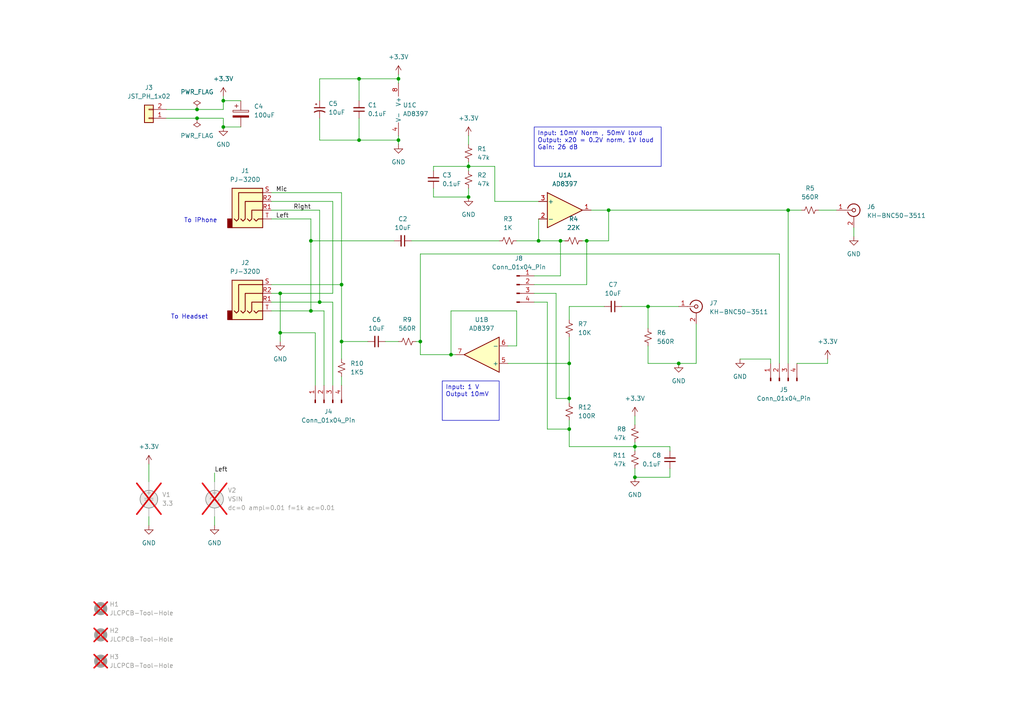
<source format=kicad_sch>
(kicad_sch (version 20230121) (generator eeschema)
  (paper "A4")
  (lib_symbols
    (symbol "Amplifier_Operational:LM358" (pin_names (offset 0.127))
      (property "Reference" "U" (at 0 5.08 0))
      (property "Value" "LM358" (at 0 -5.08 0))
      (symbol "LM358_1_1"
        (polyline (pts (xy -5.08 5.08) (xy 5.08 0) (xy -5.08 -5.08) (xy -5.08 5.08)) (stroke (width 0.254)) (fill (type background)))
        (pin output line (at 7.62 0 180) (length 2.54) (name "~") (number "1"))
        (pin input line (at -7.62 -2.54 0) (length 2.54) (name "-") (number "2"))
        (pin input line (at -7.62 2.54 0) (length 2.54) (name "+") (number "3"))
      )
      (symbol "LM358_2_1"
        (polyline (pts (xy -5.08 5.08) (xy 5.08 0) (xy -5.08 -5.08) (xy -5.08 5.08)) (stroke (width 0.254)) (fill (type background)))
        (pin input line (at -7.62 2.54 0) (length 2.54) (name "+") (number "5"))
        (pin input line (at -7.62 -2.54 0) (length 2.54) (name "-") (number "6"))
        (pin output line (at 7.62 0 180) (length 2.54) (name "~") (number "7"))
      )
      (symbol "LM358_3_1"
        (pin power_in line (at -2.54 -7.62 90) (length 3.81) (name "V-") (number "4"))
        (pin power_in line (at -2.54 7.62 270) (length 3.81) (name "V+") (number "8"))
      )
    )
    (symbol "Connector:Conn_01x04_Pin" (pin_names (offset 1.016) hide)
      (property "Reference" "J" (at 0 5.08 0))
      (property "Value" "Conn_01x04_Pin" (at 0 -7.62 0))
      (symbol "Conn_01x04_Pin_1_1"
        (polyline (pts (xy 1.27 -5.08) (xy 0.8636 -5.08)) (stroke (width 0.1524)))
        (polyline (pts (xy 1.27 -2.54) (xy 0.8636 -2.54)) (stroke (width 0.1524)))
        (polyline (pts (xy 1.27 0) (xy 0.8636 0)) (stroke (width 0.1524)))
        (polyline (pts (xy 1.27 2.54) (xy 0.8636 2.54)) (stroke (width 0.1524)))
        (rectangle (start 0.8636 -4.953) (end 0 -5.207) (stroke (width 0.1524)) (fill (type outline)))
        (rectangle (start 0.8636 -2.413) (end 0 -2.667) (stroke (width 0.1524)) (fill (type outline)))
        (rectangle (start 0.8636 0.127) (end 0 -0.127) (stroke (width 0.1524)) (fill (type outline)))
        (rectangle (start 0.8636 2.667) (end 0 2.413) (stroke (width 0.1524)) (fill (type outline)))
        (pin passive line (at 5.08 2.54 180) (length 3.81) (name "Pin_1") (number "1"))
        (pin passive line (at 5.08 0 180) (length 3.81) (name "Pin_2") (number "2"))
        (pin passive line (at 5.08 -2.54 180) (length 3.81) (name "Pin_3") (number "3"))
        (pin passive line (at 5.08 -5.08 180) (length 3.81) (name "Pin_4") (number "4"))
      )
    )
    (symbol "Connector:Conn_Coaxial" (pin_names (offset 1.016) hide)
      (property "Reference" "J" (at 0.254 3.048 0))
      (property "Value" "Conn_Coaxial" (at 2.921 0 90))
      (symbol "Conn_Coaxial_0_1"
        (arc (start -1.778 -0.508) (mid 0.2311 -1.8066) (end 1.778 0) (stroke (width 0.254)))
        (polyline (pts (xy -2.54 0) (xy -0.508 0)))
        (polyline (pts (xy 0 -2.54) (xy 0 -1.778)))
        (circle (center 0 0) (radius 0.508) (stroke (width 0.2032)))
        (arc (start 1.778 0) (mid 0.2099 1.8101) (end -1.778 0.508) (stroke (width 0.254)))
      )
      (symbol "Conn_Coaxial_1_1"
        (pin passive line (at -5.08 0 0) (length 2.54) (name "In") (number "1"))
        (pin passive line (at 0 -5.08 90) (length 2.54) (name "Ext") (number "2"))
      )
    )
    (symbol "Connector_Audio:AudioJack4"
      (property "Reference" "J" (at 0 8.89 0))
      (property "Value" "AudioJack4" (at 0 6.35 0))
      (symbol "AudioJack4_0_1"
        (rectangle (start -6.35 -5.08) (end -7.62 -7.62) (stroke (width 0.254)) (fill (type outline)))
        (polyline (pts (xy 0 -5.08) (xy 0.635 -5.715) (xy 1.27 -5.08) (xy 2.54 -5.08)) (stroke (width 0.254)))
        (polyline (pts (xy -5.715 -5.08) (xy -5.08 -5.715) (xy -4.445 -5.08) (xy -4.445 2.54) (xy 2.54 2.54)) (stroke (width 0.254)))
        (polyline (pts (xy -1.905 -5.08) (xy -1.27 -5.715) (xy -0.635 -5.08) (xy -0.635 -2.54) (xy 2.54 -2.54)) (stroke (width 0.254)))
        (polyline (pts (xy 2.54 0) (xy -2.54 0) (xy -2.54 -5.08) (xy -3.175 -5.715) (xy -3.81 -5.08)) (stroke (width 0.254)))
        (rectangle (start 2.54 3.81) (end -6.35 -7.62) (stroke (width 0.254)) (fill (type background)))
      )
      (symbol "AudioJack4_1_1"
        (pin passive line (at 5.08 -2.54 180) (length 2.54) (name "~") (number "R1"))
        (pin passive line (at 5.08 0 180) (length 2.54) (name "~") (number "R2"))
        (pin passive line (at 5.08 2.54 180) (length 2.54) (name "~") (number "S"))
        (pin passive line (at 5.08 -5.08 180) (length 2.54) (name "~") (number "T"))
      )
    )
    (symbol "Connector_Generic:Conn_01x02" (pin_names (offset 1.016) hide)
      (property "Reference" "J" (at 0 2.54 0))
      (property "Value" "Conn_01x02" (at 0 -5.08 0))
      (symbol "Conn_01x02_1_1"
        (rectangle (start -1.27 -2.413) (end 0 -2.667) (stroke (width 0.1524)))
        (rectangle (start -1.27 0.127) (end 0 -0.127) (stroke (width 0.1524)))
        (rectangle (start -1.27 1.27) (end 1.27 -3.81) (stroke (width 0.254)) (fill (type background)))
        (pin passive line (at -5.08 0 0) (length 3.81) (name "Pin_1") (number "1"))
        (pin passive line (at -5.08 -2.54 0) (length 3.81) (name "Pin_2") (number "2"))
      )
    )
    (symbol "Device:C_Polarized" (pin_numbers hide) (pin_names (offset 0.254))
      (property "Reference" "C" (at 0.635 2.54 0))
      (property "Value" "C_Polarized" (at 0.635 -2.54 0))
      (symbol "C_Polarized_0_1"
        (rectangle (start -2.286 0.508) (end 2.286 1.016))
        (polyline (pts (xy -1.778 2.286) (xy -0.762 2.286)))
        (polyline (pts (xy -1.27 2.794) (xy -1.27 1.778)))
        (rectangle (start 2.286 -0.508) (end -2.286 -1.016) (fill (type outline)))
      )
      (symbol "C_Polarized_1_1"
        (pin passive line (at 0 3.81 270) (length 2.794) (name "~") (number "1"))
        (pin passive line (at 0 -3.81 90) (length 2.794) (name "~") (number "2"))
      )
    )
    (symbol "Device:C_Polarized_Small_US" (pin_numbers hide) (pin_names (offset 0.254) hide)
      (property "Reference" "C" (at 0.254 1.778 0))
      (property "Value" "C_Polarized_Small_US" (at 0.254 -2.032 0))
      (symbol "C_Polarized_Small_US_0_1"
        (polyline (pts (xy -1.524 0.508) (xy 1.524 0.508)) (stroke (width 0.3048)))
        (polyline (pts (xy -1.27 1.524) (xy -0.762 1.524)))
        (polyline (pts (xy -1.016 1.27) (xy -1.016 1.778)))
        (arc (start 1.524 -0.762) (mid 0 -0.3734) (end -1.524 -0.762) (stroke (width 0.3048)))
      )
      (symbol "C_Polarized_Small_US_1_1"
        (pin passive line (at 0 2.54 270) (length 2.032) (name "~") (number "1"))
        (pin passive line (at 0 -2.54 90) (length 2.032) (name "~") (number "2"))
      )
    )
    (symbol "Device:C_Small" (pin_numbers hide) (pin_names (offset 0.254) hide)
      (property "Reference" "C" (at 0.254 1.778 0))
      (property "Value" "C_Small" (at 0.254 -2.032 0))
      (symbol "C_Small_0_1"
        (polyline (pts (xy -1.524 -0.508) (xy 1.524 -0.508)) (stroke (width 0.3302)))
        (polyline (pts (xy -1.524 0.508) (xy 1.524 0.508)) (stroke (width 0.3048)))
      )
      (symbol "C_Small_1_1"
        (pin passive line (at 0 2.54 270) (length 2.032) (name "~") (number "1"))
        (pin passive line (at 0 -2.54 90) (length 2.032) (name "~") (number "2"))
      )
    )
    (symbol "Device:R_Small_US" (pin_numbers hide) (pin_names (offset 0.254) hide)
      (property "Reference" "R" (at 0.762 0.508 0))
      (property "Value" "R_Small_US" (at 0.762 -1.016 0))
      (symbol "R_Small_US_1_1"
        (polyline (pts (xy 0 0) (xy 1.016 -0.381) (xy 0 -0.762) (xy -1.016 -1.143) (xy 0 -1.524)))
        (polyline (pts (xy 0 1.524) (xy 1.016 1.143) (xy 0 0.762) (xy -1.016 0.381) (xy 0 0)))
        (pin passive line (at 0 2.54 270) (length 1.016) (name "~") (number "1"))
        (pin passive line (at 0 -2.54 90) (length 1.016) (name "~") (number "2"))
      )
    )
    (symbol "Mechanical:MountingHole" (pin_names (offset 1.016))
      (property "Reference" "H" (at 0 5.08 0))
      (property "Value" "MountingHole" (at 0 3.175 0))
      (symbol "MountingHole_0_1"
        (circle (center 0 0) (radius 1.27) (stroke (width 1.27)))
      )
    )
    (symbol "Simulation_SPICE:VDC" (pin_numbers hide) (pin_names (offset 0.0254))
      (property "Reference" "V" (at 2.54 2.54 0))
      (property "Value" "1" (at 2.54 0 0))
      (symbol "VDC_0_0"
        (polyline (pts (xy -1.27 0.254) (xy 1.27 0.254)))
        (polyline (pts (xy -0.762 -0.254) (xy -1.27 -0.254)))
        (polyline (pts (xy 0.254 -0.254) (xy -0.254 -0.254)))
        (polyline (pts (xy 1.27 -0.254) (xy 0.762 -0.254)))
        (text "+" (at 0 1.905 0) (effects (font (size 1.27 1.27))))
      )
      (symbol "VDC_0_1"
        (circle (center 0 0) (radius 2.54) (stroke (width 0.254)) (fill (type background)))
      )
      (symbol "VDC_1_1"
        (pin passive line (at 0 5.08 270) (length 2.54) (name "~") (number "1"))
        (pin passive line (at 0 -5.08 90) (length 2.54) (name "~") (number "2"))
      )
    )
    (symbol "Simulation_SPICE:VSIN" (pin_numbers hide) (pin_names (offset 0.0254))
      (property "Reference" "V" (at 2.54 2.54 0))
      (property "Value" "VSIN" (at 2.54 0 0))
      (property "Sim.Params" "dc=0 ampl=1 f=1k ac=1" (at 2.54 -2.54 0))
      (symbol "VSIN_0_0"
        (arc (start 0 0) (mid -0.635 0.6323) (end -1.27 0))
        (arc (start 0 0) (mid 0.635 -0.6323) (end 1.27 0))
        (text "+" (at 0 1.905 0) (effects (font (size 1.27 1.27))))
      )
      (symbol "VSIN_0_1"
        (circle (center 0 0) (radius 2.54) (stroke (width 0.254)) (fill (type background)))
      )
      (symbol "VSIN_1_1"
        (pin passive line (at 0 5.08 270) (length 2.54) (name "~") (number "1"))
        (pin passive line (at 0 -5.08 90) (length 2.54) (name "~") (number "2"))
      )
    )
    (symbol "power:+3.3V" (power) (pin_names (offset 0))
      (property "Value" "+3.3V" (at 0 3.556 0))
      (symbol "+3.3V_0_1"
        (polyline (pts (xy -0.762 1.27) (xy 0 2.54)))
        (polyline (pts (xy 0 0) (xy 0 2.54)))
        (polyline (pts (xy 0 2.54) (xy 0.762 1.27)))
      )
      (symbol "+3.3V_1_1"
        (pin power_in line (at 0 0 90) (length 0) hide (name "+3.3V") (number "1"))
      )
    )
    (symbol "power:GND" (power) (pin_names (offset 0))
      (property "Value" "GND" (at 0 -3.81 0))
      (symbol "GND_0_1"
        (polyline (pts (xy 0 0) (xy 0 -1.27) (xy 1.27 -1.27) (xy 0 -2.54) (xy -1.27 -1.27) (xy 0 -1.27)))
      )
      (symbol "GND_1_1"
        (pin power_in line (at 0 0 270) (length 0) hide (name "GND") (number "1"))
      )
    )
    (symbol "power:PWR_FLAG" (power) (pin_numbers hide) (pin_names (offset 0) hide)
      (property "Value" "PWR_FLAG" (at 0 3.81 0))
      (symbol "PWR_FLAG_0_0"
        (pin power_out line (at 0 0 90) (length 0) (name "pwr") (number "1"))
      )
      (symbol "PWR_FLAG_0_1"
        (polyline (pts (xy 0 0) (xy 0 1.27) (xy -1.016 1.905) (xy 0 2.54) (xy 1.016 1.905) (xy 0 1.27)))
      )
    )
  )
  (junction (at 57.15 31.75))
  (junction (at 121.92 99.06))
  (junction (at 165.1 124.46))
  (junction (at 176.53 60.96))
  (junction (at 99.06 99.06))
  (junction (at 228.6 60.96))
  (junction (at 92.71 87.63))
  (junction (at 130.81 102.87))
  (junction (at 135.89 57.15))
  (junction (at 115.57 40.64))
  (junction (at 115.57 22.86))
  (junction (at 135.89 48.26))
  (junction (at 184.15 138.43))
  (junction (at 184.15 129.54))
  (junction (at 81.28 96.52))
  (junction (at 162.56 69.85))
  (junction (at 81.28 85.09))
  (junction (at 165.1 115.57))
  (junction (at 156.21 69.85))
  (junction (at 99.06 82.55))
  (junction (at 57.15 34.29))
  (junction (at 64.77 36.83))
  (junction (at 90.17 69.85))
  (junction (at 170.18 69.85))
  (junction (at 196.85 105.41))
  (junction (at 165.1 105.41))
  (junction (at 187.96 88.9))
  (junction (at 90.17 90.17))
  (junction (at 104.14 40.64))
  (junction (at 104.14 22.86))
  (junction (at 64.77 29.21))
  (wire (pts (xy 43.18 149.86) (xy 43.18 152.4)))
  (wire (pts (xy 237.49 60.96) (xy 242.57 60.96)))
  (wire (pts (xy 64.77 36.83) (xy 69.85 36.83)))
  (wire (pts (xy 99.06 99.06) (xy 106.68 99.06)))
  (wire (pts (xy 175.26 88.9) (xy 165.1 88.9)))
  (wire (pts (xy 194.31 129.54) (xy 184.15 129.54)))
  (wire (pts (xy 187.96 88.9) (xy 196.85 88.9)))
  (wire (pts (xy 130.81 102.87) (xy 132.08 102.87)))
  (wire (pts (xy 156.21 63.5) (xy 156.21 69.85)))
  (wire (pts (xy 184.15 129.54) (xy 184.15 130.81)))
  (wire (pts (xy 78.74 87.63) (xy 92.71 87.63)))
  (wire (pts (xy 187.96 105.41) (xy 196.85 105.41)))
  (wire (pts (xy 96.52 111.76) (xy 96.52 87.63)))
  (wire (pts (xy 149.86 90.17) (xy 149.86 100.33)))
  (wire (pts (xy 92.71 22.86) (xy 104.14 22.86)))
  (wire (pts (xy 158.75 124.46) (xy 165.1 124.46)))
  (wire (pts (xy 81.28 85.09) (xy 81.28 96.52)))
  (wire (pts (xy 165.1 129.54) (xy 184.15 129.54)))
  (wire (pts (xy 180.34 88.9) (xy 187.96 88.9)))
  (wire (pts (xy 104.14 29.21) (xy 104.14 22.86)))
  (wire (pts (xy 143.51 58.42) (xy 143.51 48.26)))
  (wire (pts (xy 135.89 46.99) (xy 135.89 48.26)))
  (wire (pts (xy 154.94 82.55) (xy 170.18 82.55)))
  (wire (pts (xy 228.6 60.96) (xy 228.6 105.41)))
  (wire (pts (xy 201.93 105.41) (xy 196.85 105.41)))
  (wire (pts (xy 240.03 105.41) (xy 240.03 104.14)))
  (wire (pts (xy 143.51 48.26) (xy 135.89 48.26)))
  (wire (pts (xy 81.28 85.09) (xy 96.52 85.09)))
  (wire (pts (xy 161.29 115.57) (xy 165.1 115.57)))
  (wire (pts (xy 162.56 80.01) (xy 162.56 69.85)))
  (wire (pts (xy 62.23 137.16) (xy 62.23 139.7)))
  (wire (pts (xy 90.17 69.85) (xy 114.3 69.85)))
  (wire (pts (xy 125.73 48.26) (xy 135.89 48.26)))
  (wire (pts (xy 147.32 105.41) (xy 165.1 105.41)))
  (wire (pts (xy 115.57 21.59) (xy 115.57 22.86)))
  (wire (pts (xy 57.15 31.75) (xy 64.77 31.75)))
  (wire (pts (xy 170.18 82.55) (xy 170.18 69.85)))
  (wire (pts (xy 104.14 22.86) (xy 115.57 22.86)))
  (wire (pts (xy 228.6 60.96) (xy 232.41 60.96)))
  (wire (pts (xy 43.18 134.62) (xy 43.18 139.7)))
  (wire (pts (xy 90.17 63.5) (xy 90.17 69.85)))
  (wire (pts (xy 201.93 93.98) (xy 201.93 105.41)))
  (wire (pts (xy 91.44 111.76) (xy 91.44 96.52)))
  (wire (pts (xy 176.53 69.85) (xy 176.53 60.96)))
  (wire (pts (xy 194.31 135.89) (xy 194.31 138.43)))
  (wire (pts (xy 184.15 135.89) (xy 184.15 138.43)))
  (wire (pts (xy 64.77 29.21) (xy 64.77 27.94)))
  (wire (pts (xy 247.65 66.04) (xy 247.65 68.58)))
  (wire (pts (xy 99.06 99.06) (xy 99.06 104.14)))
  (wire (pts (xy 187.96 100.33) (xy 187.96 105.41)))
  (wire (pts (xy 143.51 58.42) (xy 156.21 58.42)))
  (wire (pts (xy 92.71 87.63) (xy 92.71 60.96)))
  (wire (pts (xy 187.96 88.9) (xy 187.96 95.25)))
  (wire (pts (xy 99.06 109.22) (xy 99.06 111.76)))
  (wire (pts (xy 194.31 138.43) (xy 184.15 138.43)))
  (wire (pts (xy 223.52 104.14) (xy 223.52 105.41)))
  (wire (pts (xy 154.94 87.63) (xy 158.75 87.63)))
  (wire (pts (xy 162.56 69.85) (xy 163.83 69.85)))
  (wire (pts (xy 165.1 115.57) (xy 165.1 105.41)))
  (wire (pts (xy 57.15 34.29) (xy 64.77 34.29)))
  (wire (pts (xy 226.06 105.41) (xy 226.06 73.66)))
  (wire (pts (xy 214.63 104.14) (xy 223.52 104.14)))
  (wire (pts (xy 165.1 116.84) (xy 165.1 115.57)))
  (wire (pts (xy 176.53 60.96) (xy 171.45 60.96)))
  (wire (pts (xy 78.74 63.5) (xy 90.17 63.5)))
  (wire (pts (xy 93.98 111.76) (xy 93.98 90.17)))
  (wire (pts (xy 130.81 90.17) (xy 130.81 102.87)))
  (wire (pts (xy 62.23 149.86) (xy 62.23 152.4)))
  (wire (pts (xy 111.76 99.06) (xy 115.57 99.06)))
  (wire (pts (xy 64.77 29.21) (xy 69.85 29.21)))
  (wire (pts (xy 92.71 29.21) (xy 92.71 22.86)))
  (wire (pts (xy 168.91 69.85) (xy 170.18 69.85)))
  (wire (pts (xy 158.75 87.63) (xy 158.75 124.46)))
  (wire (pts (xy 104.14 34.29) (xy 104.14 40.64)))
  (wire (pts (xy 135.89 39.37) (xy 135.89 41.91)))
  (wire (pts (xy 99.06 55.88) (xy 78.74 55.88)))
  (wire (pts (xy 115.57 39.37) (xy 115.57 40.64)))
  (wire (pts (xy 125.73 54.61) (xy 125.73 57.15)))
  (wire (pts (xy 96.52 87.63) (xy 92.71 87.63)))
  (wire (pts (xy 135.89 48.26) (xy 135.89 49.53)))
  (wire (pts (xy 92.71 34.29) (xy 92.71 40.64)))
  (wire (pts (xy 90.17 90.17) (xy 78.74 90.17)))
  (wire (pts (xy 93.98 90.17) (xy 90.17 90.17)))
  (wire (pts (xy 91.44 96.52) (xy 81.28 96.52)))
  (wire (pts (xy 156.21 69.85) (xy 162.56 69.85)))
  (wire (pts (xy 226.06 73.66) (xy 121.92 73.66)))
  (wire (pts (xy 165.1 97.79) (xy 165.1 105.41)))
  (wire (pts (xy 121.92 73.66) (xy 121.92 99.06)))
  (wire (pts (xy 125.73 49.53) (xy 125.73 48.26)))
  (wire (pts (xy 121.92 102.87) (xy 121.92 99.06)))
  (wire (pts (xy 165.1 124.46) (xy 165.1 129.54)))
  (wire (pts (xy 149.86 69.85) (xy 156.21 69.85)))
  (wire (pts (xy 121.92 102.87) (xy 130.81 102.87)))
  (wire (pts (xy 149.86 90.17) (xy 130.81 90.17)))
  (wire (pts (xy 81.28 96.52) (xy 81.28 99.06)))
  (wire (pts (xy 170.18 69.85) (xy 176.53 69.85)))
  (wire (pts (xy 78.74 85.09) (xy 81.28 85.09)))
  (wire (pts (xy 48.26 34.29) (xy 57.15 34.29)))
  (wire (pts (xy 165.1 121.92) (xy 165.1 124.46)))
  (wire (pts (xy 161.29 85.09) (xy 161.29 115.57)))
  (wire (pts (xy 120.65 99.06) (xy 121.92 99.06)))
  (wire (pts (xy 48.26 31.75) (xy 57.15 31.75)))
  (wire (pts (xy 92.71 40.64) (xy 104.14 40.64)))
  (wire (pts (xy 194.31 130.81) (xy 194.31 129.54)))
  (wire (pts (xy 147.32 100.33) (xy 149.86 100.33)))
  (wire (pts (xy 78.74 58.42) (xy 96.52 58.42)))
  (wire (pts (xy 154.94 85.09) (xy 161.29 85.09)))
  (wire (pts (xy 64.77 34.29) (xy 64.77 36.83)))
  (wire (pts (xy 99.06 82.55) (xy 99.06 99.06)))
  (wire (pts (xy 135.89 54.61) (xy 135.89 57.15)))
  (wire (pts (xy 99.06 82.55) (xy 99.06 55.88)))
  (wire (pts (xy 165.1 88.9) (xy 165.1 92.71)))
  (wire (pts (xy 96.52 85.09) (xy 96.52 58.42)))
  (wire (pts (xy 184.15 120.65) (xy 184.15 123.19)))
  (wire (pts (xy 115.57 40.64) (xy 115.57 41.91)))
  (wire (pts (xy 184.15 128.27) (xy 184.15 129.54)))
  (wire (pts (xy 125.73 57.15) (xy 135.89 57.15)))
  (wire (pts (xy 78.74 60.96) (xy 92.71 60.96)))
  (wire (pts (xy 90.17 69.85) (xy 90.17 90.17)))
  (wire (pts (xy 231.14 105.41) (xy 240.03 105.41)))
  (wire (pts (xy 119.38 69.85) (xy 144.78 69.85)))
  (wire (pts (xy 104.14 40.64) (xy 115.57 40.64)))
  (wire (pts (xy 176.53 60.96) (xy 228.6 60.96)))
  (wire (pts (xy 154.94 80.01) (xy 162.56 80.01)))
  (wire (pts (xy 115.57 22.86) (xy 115.57 24.13)))
  (wire (pts (xy 64.77 31.75) (xy 64.77 29.21)))
  (wire (pts (xy 78.74 82.55) (xy 99.06 82.55)))
  (text_box "Input: 1 V\nOutput 10mV \n" (at 128.27 110.49 0) (size 16.51 11.43) (effects (font (size 1.27 1.27)) (justify left top)))
  (text_box "Input: 10mV Norm , 50mV loud\nOutput: x20 = 0.2V norm, 1V loud \nGain: 26 dB " (at 154.94 36.83 0) (size 36.83 11.43) (effects (font (size 1.27 1.27)) (justify left top)))
  (text "To iPhone" (at 53.34 64.77 0) (effects (font (size 1.27 1.27)) (justify left bottom)))
  (text "To Headset " (at 49.53 92.71 0) (effects (font (size 1.27 1.27)) (justify left bottom)))
  (label "Right" (at 85.09 60.96 0))
  (label "Left" (at 62.23 137.16 0))
  (label "Left" (at 80.01 63.5 0))
  (label "Mic" (at 80.01 55.88 0))
  (symbol (lib_id "power:GND") (at 135.89 57.15 0) (unit 1)
    (property "Reference" "#PWR07" (effects hide))
    (property "Value" "GND" (at 135.89 62.23 0))
  )
  (symbol (lib_id "power:GND") (at 184.15 138.43 0) (mirror y) (unit 1)
    (property "Reference" "#PWR016" (effects hide))
    (property "Value" "GND" (at 184.15 143.51 0))
  )
  (symbol (lib_id "Device:C_Small") (at 194.31 133.35 0) (mirror x) (unit 1)
    (property "Reference" "C8" (at 191.77 132.0736 0) (effects (justify right)))
    (property "Value" "0.1uF" (at 191.77 134.6136 0) (effects (justify right)))
    (property "Footprint" "Capacitor_SMD:C_0805_2012Metric" (effects hide))
    (property "JLCPCB Part #" "C49678" (effects hide))
  )
  (symbol (lib_id "Mechanical:MountingHole") (at 29.21 191.77 0) (unit 1) (in_bom no) (dnp yes)
    (property "Reference" "H3" (at 31.75 190.5 0) (effects (justify left)))
    (property "Value" "JLCPCB-Tool-Hole" (at 31.75 193.04 0) (effects (justify left)))
    (property "Footprint" "FootprintLib:MountingHole_JLCPCB_Tool" (effects hide))
    (property "Sim.Enable" "0" (effects hide))
  )
  (symbol (lib_id "power:+3.3V") (at 64.77 27.94 0) (unit 1)
    (property "Reference" "#PWR03" (effects hide))
    (property "Value" "+3.3V" (at 64.77 22.86 0))
  )
  (symbol (lib_id "Connector:Conn_01x04_Pin") (at 149.86 82.55 0) (unit 1)
    (property "Reference" "J8" (at 150.495 74.93 0))
    (property "Value" "Conn_01x04_Pin" (at 150.495 77.47 0))
    (property "Footprint" "Connector_PinHeader_2.54mm:PinHeader_1x04_P2.54mm_Vertical_SMD_Pin1Left" (effects hide))
    (property "JLCPCB Part #" "C2883761" (effects hide))
    (property "JLCPCB Rotation Offset" "90" (effects hide))
    (property "Sim.Enable" "0" (effects hide))
  )
  (symbol (lib_id "power:GND") (at 196.85 105.41 0) (unit 1)
    (property "Reference" "#PWR011" (effects hide))
    (property "Value" "GND" (at 196.85 110.49 0))
  )
  (symbol (lib_id "Device:C_Small") (at 109.22 99.06 270) (unit 1)
    (property "Reference" "C6" (at 109.2136 92.71 90))
    (property "Value" "10uF" (at 109.2136 95.25 90))
    (property "Footprint" "Capacitor_SMD:C_0805_2012Metric" (effects hide))
    (property "JLCPCB Part #" "C15850" (effects hide))
  )
  (symbol (lib_id "Device:R_Small_US") (at 166.37 69.85 270) (unit 1)
    (property "Reference" "R4" (at 166.37 63.5 90))
    (property "Value" "22K" (at 166.37 66.04 90))
    (property "Footprint" "Resistor_SMD:R_0805_2012Metric" (effects hide))
    (property "JLCPCB Part #" "C17560" (effects hide))
  )
  (symbol (lib_id "power:+3.3V") (at 43.18 134.62 0) (unit 1)
    (property "Reference" "#PWR013" (effects hide))
    (property "Value" "+3.3V" (at 43.18 129.54 0))
  )
  (symbol (lib_id "power:GND") (at 81.28 99.06 0) (unit 1)
    (property "Reference" "#PWR01" (effects hide))
    (property "Value" "GND" (at 81.28 104.14 0))
  )
  (symbol (lib_id "Connector:Conn_Coaxial") (at 201.93 88.9 0) (unit 1)
    (property "Reference" "J7" (at 205.74 87.9232 0) (effects (justify left)))
    (property "Value" "KH-BNC50-3511" (at 205.74 90.4632 0) (effects (justify left)))
    (property "Footprint" "FootprintLib:BNC_Amphenol_B6252HB-NPP3G-50_Horizontal-CJ" (effects hide))
    (property "Datasheet" "KH-BNC50-3511.pdf" (effects hide))
    (property "JLCPCB Part #" "C2837587" (effects hide))
    (property "MPN" "KH-BNC50-3511" (effects hide))
    (property "JLCPCB Rotation Offset" "180" (effects hide))
    (property "Sim.Enable" "0" (effects hide))
  )
  (symbol (lib_id "power:+3.3V") (at 240.03 104.14 0) (unit 1)
    (property "Reference" "#PWR09" (effects hide))
    (property "Value" "+3.3V" (at 240.03 99.06 0))
  )
  (symbol (lib_id "power:GND") (at 62.23 152.4 0) (unit 1)
    (property "Reference" "#PWR014" (effects hide))
    (property "Value" "GND" (at 62.23 157.48 0))
  )
  (symbol (lib_id "Mechanical:MountingHole") (at 29.21 176.53 0) (unit 1) (in_bom no) (dnp yes)
    (property "Reference" "H1" (at 31.75 175.26 0) (effects (justify left)))
    (property "Value" "JLCPCB-Tool-Hole" (at 31.75 177.8 0) (effects (justify left)))
    (property "Footprint" "FootprintLib:MountingHole_JLCPCB_Tool" (effects hide))
    (property "Sim.Enable" "0" (effects hide))
  )
  (symbol (lib_id "Connector:Conn_01x04_Pin") (at 226.06 110.49 90) (unit 1)
    (property "Reference" "J5" (at 227.33 113.03 90))
    (property "Value" "Conn_01x04_Pin" (at 227.33 115.57 90))
    (property "Footprint" "Connector_PinHeader_2.54mm:PinHeader_1x04_P2.54mm_Vertical_SMD_Pin1Left" (effects hide))
    (property "JLCPCB Part #" "C2883761" (effects hide))
    (property "JLCPCB Rotation Offset" "90" (effects hide))
    (property "Sim.Enable" "0" (effects hide))
  )
  (symbol (lib_id "Connector:Conn_Coaxial") (at 247.65 60.96 0) (unit 1)
    (property "Reference" "J6" (at 251.46 59.9832 0) (effects (justify left)))
    (property "Value" "KH-BNC50-3511" (at 251.46 62.5232 0) (effects (justify left)))
    (property "Footprint" "FootprintLib:BNC_Amphenol_B6252HB-NPP3G-50_Horizontal-CJ" (effects hide))
    (property "Datasheet" "KH-BNC50-3511.pdf" (effects hide))
    (property "JLCPCB Part #" "C2837587" (effects hide))
    (property "MPN" "KH-BNC50-3511" (effects hide))
    (property "JLCPCB Rotation Offset" "180" (effects hide))
    (property "Sim.Enable" "0" (effects hide))
  )
  (symbol (lib_id "Amplifier_Operational:LM358") (at 139.7 102.87 180) (unit 2)
    (property "Reference" "U1" (at 139.7 92.71 0))
    (property "Value" "AD8397" (at 139.7 95.25 0))
    (property "Footprint" "Package_SO:SOIC-8_3.9x4.9mm_P1.27mm" (effects hide))
    (property "Datasheet" "http://www.ti.com/lit/ds/symlink/lm2904-n.pdf" (effects hide))
    (property "JLCPCB Part #" "C578714" (effects hide))
    (property "Sim.Library" "ad8397.cir" (effects hide))
    (property "Sim.Name" "AD8397" (effects hide))
    (property "Sim.Device" "SUBCKT" (effects hide))
    (property "Sim.Pins" "1=1 2=2 3=99 4=50 5=4" (effects hide))
  )
  (symbol (lib_id "Device:C_Polarized") (at 69.85 33.02 0) (unit 1)
    (property "Reference" "C4" (at 73.66 30.861 0) (effects (justify left)))
    (property "Value" "100uF" (at 73.66 33.401 0) (effects (justify left)))
    (property "Footprint" "Capacitor_Tantalum_SMD:CP_EIA-3528-21_Kemet-B" (effects hide))
    (property "JLCPCB Part #" "C16133" (effects hide))
  )
  (symbol (lib_id "power:PWR_FLAG") (at 57.15 31.75 0) (unit 1)
    (property "Reference" "#FLG01" (effects hide))
    (property "Value" "PWR_FLAG" (at 57.15 26.67 0))
  )
  (symbol (lib_id "power:+3.3V") (at 135.89 39.37 0) (unit 1)
    (property "Reference" "#PWR06" (effects hide))
    (property "Value" "+3.3V" (at 135.89 34.29 0))
  )
  (symbol (lib_id "Device:C_Small") (at 104.14 31.75 180) (unit 1)
    (property "Reference" "C1" (at 106.68 30.4736 0) (effects (justify right)))
    (property "Value" "0.1uF" (at 106.68 33.0136 0) (effects (justify right)))
    (property "Footprint" "Capacitor_SMD:C_0805_2012Metric" (effects hide))
    (property "JLCPCB Part #" "C49678" (effects hide))
  )
  (symbol (lib_id "Device:C_Small") (at 116.84 69.85 270) (unit 1)
    (property "Reference" "C2" (at 116.8336 63.5 90))
    (property "Value" "10uF" (at 116.8336 66.04 90))
    (property "Footprint" "Capacitor_SMD:C_0805_2012Metric" (effects hide))
    (property "JLCPCB Part #" "C15850" (effects hide))
  )
  (symbol (lib_id "Device:R_Small_US") (at 135.89 52.07 180) (unit 1)
    (property "Reference" "R2" (at 138.43 50.8 0) (effects (justify right)))
    (property "Value" "47k" (at 138.43 53.34 0) (effects (justify right)))
    (property "Footprint" "Resistor_SMD:R_0805_2012Metric" (effects hide))
    (property "JLCPCB Part #" "C17713" (effects hide))
  )
  (symbol (lib_id "Simulation_SPICE:VSIN") (at 62.23 144.78 0) (unit 1) (in_bom no) (on_board no) (dnp yes)
    (property "Reference" "V2" (at 66.04 142.2042 0) (effects (justify left)))
    (property "Value" "VSIN" (at 66.04 144.7442 0) (effects (justify left)))
    (property "Sim.Pins" "1=+ 2=-" (effects hide))
    (property "Sim.Params" "dc=0 ampl=0.01 f=1k ac=0.01" (at 66.04 147.2842 0) (effects (justify left)))
    (property "Sim.Type" "SIN" (effects hide))
    (property "Sim.Device" "V" (effects hide))
  )
  (symbol (lib_id "Device:R_Small_US") (at 118.11 99.06 90) (unit 1)
    (property "Reference" "R9" (at 118.11 92.71 90))
    (property "Value" "560R" (at 118.11 95.25 90))
    (property "Footprint" "Resistor_SMD:R_0805_2012Metric" (effects hide))
    (property "JLCPCB Part #" "C28636" (effects hide))
  )
  (symbol (lib_id "power:GND") (at 43.18 152.4 0) (unit 1)
    (property "Reference" "#PWR012" (effects hide))
    (property "Value" "GND" (at 43.18 157.48 0))
  )
  (symbol (lib_id "power:GND") (at 247.65 68.58 0) (unit 1)
    (property "Reference" "#PWR010" (effects hide))
    (property "Value" "GND" (at 247.65 73.66 0))
  )
  (symbol (lib_id "Device:C_Small") (at 125.73 52.07 180) (unit 1)
    (property "Reference" "C3" (at 128.27 50.7936 0) (effects (justify right)))
    (property "Value" "0.1uF" (at 128.27 53.3336 0) (effects (justify right)))
    (property "Footprint" "Capacitor_SMD:C_0805_2012Metric" (effects hide))
    (property "JLCPCB Part #" "C49678" (effects hide))
  )
  (symbol (lib_id "Device:R_Small_US") (at 184.15 133.35 0) (mirror x) (unit 1)
    (property "Reference" "R11" (at 181.61 132.08 0) (effects (justify right)))
    (property "Value" "47k" (at 181.61 134.62 0) (effects (justify right)))
    (property "Footprint" "Resistor_SMD:R_0805_2012Metric" (effects hide))
    (property "JLCPCB Part #" "C17713" (effects hide))
  )
  (symbol (lib_id "Amplifier_Operational:LM358") (at 118.11 31.75 0) (unit 3)
    (property "Reference" "U1" (at 116.84 30.48 0) (effects (justify left)))
    (property "Value" "AD8397" (at 116.84 33.02 0) (effects (justify left)))
    (property "Footprint" "Package_SO:SOIC-8_3.9x4.9mm_P1.27mm" (effects hide))
    (property "Datasheet" "http://www.ti.com/lit/ds/symlink/lm2904-n.pdf" (effects hide))
    (property "JLCPCB Part #" "C578714" (effects hide))
    (property "Sim.Library" "ad8397.cir" (effects hide))
    (property "Sim.Name" "AD8397" (effects hide))
    (property "Sim.Device" "SUBCKT" (effects hide))
    (property "Sim.Pins" "1=1 2=2 3=99 4=50 5=4" (effects hide))
  )
  (symbol (lib_id "Mechanical:MountingHole") (at 29.21 184.15 0) (unit 1) (in_bom no) (dnp yes)
    (property "Reference" "H2" (at 31.75 182.88 0) (effects (justify left)))
    (property "Value" "JLCPCB-Tool-Hole" (at 31.75 185.42 0) (effects (justify left)))
    (property "Footprint" "FootprintLib:MountingHole_JLCPCB_Tool" (effects hide))
    (property "Sim.Enable" "0" (effects hide))
  )
  (symbol (lib_id "Device:R_Small_US") (at 135.89 44.45 180) (unit 1)
    (property "Reference" "R1" (at 138.43 43.18 0) (effects (justify right)))
    (property "Value" "47k" (at 138.43 45.72 0) (effects (justify right)))
    (property "Footprint" "Resistor_SMD:R_0805_2012Metric" (effects hide))
    (property "JLCPCB Part #" "C17713" (effects hide))
  )
  (symbol (lib_id "Device:R_Small_US") (at 187.96 97.79 0) (unit 1)
    (property "Reference" "R6" (at 190.5 96.52 0) (effects (justify left)))
    (property "Value" "560R" (at 190.5 99.06 0) (effects (justify left)))
    (property "Footprint" "Resistor_SMD:R_0805_2012Metric" (effects hide))
    (property "JLCPCB Part #" "C28636" (effects hide))
  )
  (symbol (lib_id "Device:R_Small_US") (at 165.1 119.38 0) (unit 1)
    (property "Reference" "R12" (at 167.64 118.11 0) (effects (justify left)))
    (property "Value" "100R" (at 167.64 120.65 0) (effects (justify left)))
    (property "Footprint" "Resistor_SMD:R_0805_2012Metric" (effects hide))
    (property "JLCPCB Part #" "C17408" (effects hide))
  )
  (symbol (lib_id "Device:R_Small_US") (at 147.32 69.85 270) (unit 1)
    (property "Reference" "R3" (at 147.32 63.5 90))
    (property "Value" "1K" (at 147.32 66.04 90))
    (property "Footprint" "Resistor_SMD:R_0805_2012Metric" (effects hide))
    (property "JLCPCB Part #" "C17513" (effects hide))
  )
  (symbol (lib_id "power:GND") (at 64.77 36.83 0) (unit 1)
    (property "Reference" "#PWR02" (effects hide))
    (property "Value" "GND" (at 64.77 41.91 0))
  )
  (symbol (lib_id "power:PWR_FLAG") (at 57.15 34.29 180) (unit 1)
    (property "Reference" "#FLG02" (effects hide))
    (property "Value" "PWR_FLAG" (at 57.15 39.37 0))
  )
  (symbol (lib_id "Connector_Generic:Conn_01x02") (at 43.18 34.29 180) (unit 1)
    (property "Reference" "J3" (at 43.18 25.4 0))
    (property "Value" "JST_PH_1x02" (at 43.18 27.94 0))
    (property "Footprint" "Connector_JST:JST_PH_S2B-PH-SM4-TB_1x02-1MP_P2.00mm_Horizontal" (effects hide))
    (property "JLCPCB Part #" "C295747" (effects hide))
    (property "Sim.Enable" "0" (effects hide))
  )
  (symbol (lib_id "power:+3.3V") (at 184.15 120.65 0) (mirror y) (unit 1)
    (property "Reference" "#PWR015" (effects hide))
    (property "Value" "+3.3V" (at 184.15 115.57 0))
  )
  (symbol (lib_id "power:+3.3V") (at 115.57 21.59 0) (unit 1)
    (property "Reference" "#PWR04" (effects hide))
    (property "Value" "+3.3V" (at 115.57 16.51 0))
  )
  (symbol (lib_id "Connector_Audio:AudioJack4") (at 73.66 58.42 0) (unit 1)
    (property "Reference" "J1" (at 71.12 49.53 0))
    (property "Value" "PJ-320D" (at 71.12 52.07 0))
    (property "Footprint" "FootprintLib:Jack_3.5mm_PJ320D_Horizontal-CJ" (effects hide))
    (property "Datasheet" "https://datasheet.lcsc.com/szlcsc/1810121716_Korean-Hroparts-Elec-PJ-320D-4A_C95562.pdf" (effects hide))
    (property "JLCPCB Part #" "C431535" (effects hide))
    (property "MPN" "PJ-320D" (effects hide))
    (property "JLCPCB Rotation Offset" "90" (effects hide))
    (property "Sim.Enable" "0" (effects hide))
  )
  (symbol (lib_id "power:GND") (at 214.63 104.14 0) (unit 1)
    (property "Reference" "#PWR08" (effects hide))
    (property "Value" "GND" (at 214.63 109.22 0))
  )
  (symbol (lib_id "Device:C_Polarized_Small_US") (at 92.71 31.75 0) (unit 1)
    (property "Reference" "C5" (at 95.25 30.0482 0) (effects (justify left)))
    (property "Value" "10uF" (at 95.25 32.5882 0) (effects (justify left)))
    (property "Footprint" "Capacitor_Tantalum_SMD:CP_EIA-3216-18_Kemet-A" (effects hide))
    (property "JLCPCB Part #" "C7171" (effects hide))
  )
  (symbol (lib_id "Connector_Audio:AudioJack4") (at 73.66 85.09 0) (unit 1)
    (property "Reference" "J2" (at 71.12 76.2 0))
    (property "Value" "PJ-320D" (at 71.12 78.74 0))
    (property "Footprint" "FootprintLib:Jack_3.5mm_PJ320D_Horizontal-CJ" (effects hide))
    (property "Datasheet" "https://datasheet.lcsc.com/szlcsc/1810121716_Korean-Hroparts-Elec-PJ-320D-4A_C95562.pdf" (effects hide))
    (property "JLCPCB Part #" "C431535" (effects hide))
    (property "MPN" "PJ-320D" (effects hide))
    (property "JLCPCB Rotation Offset" "90" (effects hide))
    (property "Sim.Enable" "0" (effects hide))
  )
  (symbol (lib_id "Connector:Conn_01x04_Pin") (at 93.98 116.84 90) (unit 1)
    (property "Reference" "J4" (at 95.25 119.38 90))
    (property "Value" "Conn_01x04_Pin" (at 95.25 121.92 90))
    (property "Footprint" "Connector_PinHeader_2.54mm:PinHeader_1x04_P2.54mm_Vertical_SMD_Pin1Left" (effects hide))
    (property "JLCPCB Part #" "C2883761" (effects hide))
    (property "JLCPCB Rotation Offset" "90" (effects hide))
    (property "Sim.Enable" "0" (effects hide))
  )
  (symbol (lib_id "Device:C_Small") (at 177.8 88.9 270) (unit 1)
    (property "Reference" "C7" (at 177.7936 82.55 90))
    (property "Value" "10uF" (at 177.7936 85.09 90))
    (property "Footprint" "Capacitor_SMD:C_0805_2012Metric" (effects hide))
    (property "JLCPCB Part #" "C15850" (effects hide))
  )
  (symbol (lib_id "Amplifier_Operational:LM358") (at 163.83 60.96 0) (unit 1)
    (property "Reference" "U1" (at 163.83 50.8 0))
    (property "Value" "AD8397" (at 163.83 53.34 0))
    (property "Footprint" "Package_SO:SOIC-8_3.9x4.9mm_P1.27mm" (effects hide))
    (property "Datasheet" "http://www.ti.com/lit/ds/symlink/lm2904-n.pdf" (effects hide))
    (property "JLCPCB Part #" "C578714" (effects hide))
    (property "Sim.Library" "ad8397.cir" (effects hide))
    (property "Sim.Name" "AD8397" (effects hide))
    (property "Sim.Device" "SUBCKT" (effects hide))
    (property "Sim.Pins" "1=1 2=2 3=99 4=50 5=4" (effects hide))
  )
  (symbol (lib_id "Device:R_Small_US") (at 165.1 95.25 0) (unit 1)
    (property "Reference" "R7" (at 167.64 93.98 0) (effects (justify left)))
    (property "Value" "10K" (at 167.64 96.52 0) (effects (justify left)))
    (property "Footprint" "Resistor_SMD:R_0805_2012Metric" (effects hide))
    (property "JLCPCB Part #" "C17414" (effects hide))
  )
  (symbol (lib_id "Device:R_Small_US") (at 234.95 60.96 270) (unit 1)
    (property "Reference" "R5" (at 234.95 54.61 90))
    (property "Value" "560R" (at 234.95 57.15 90))
    (property "Footprint" "Resistor_SMD:R_0805_2012Metric" (effects hide))
    (property "JLCPCB Part #" "C28636" (effects hide))
  )
  (symbol (lib_id "power:GND") (at 115.57 41.91 0) (unit 1)
    (property "Reference" "#PWR05" (effects hide))
    (property "Value" "GND" (at 115.57 46.99 0))
  )
  (symbol (lib_id "Device:R_Small_US") (at 99.06 106.68 180) (unit 1)
    (property "Reference" "R10" (at 101.6 105.41 0) (effects (justify right)))
    (property "Value" "1K5" (at 101.6 107.95 0) (effects (justify right)))
    (property "Footprint" "Resistor_SMD:R_0805_2012Metric" (effects hide))
    (property "JLCPCB Part #" "C4310" (effects hide))
  )
  (symbol (lib_id "Simulation_SPICE:VDC") (at 43.18 144.78 0) (unit 1) (in_bom no) (on_board no) (dnp yes)
    (property "Reference" "V1" (at 46.99 143.4742 0) (effects (justify left)))
    (property "Value" "3.3" (at 46.99 146.0142 0) (effects (justify left)))
    (property "Sim.Pins" "1=+ 2=-" (effects hide))
    (property "Sim.Type" "DC" (effects hide))
    (property "Sim.Device" "V" (effects hide))
  )
  (symbol (lib_id "Device:R_Small_US") (at 184.15 125.73 0) (mirror x) (unit 1)
    (property "Reference" "R8" (at 181.61 124.46 0) (effects (justify right)))
    (property "Value" "47k" (at 181.61 127 0) (effects (justify right)))
    (property "Footprint" "Resistor_SMD:R_0805_2012Metric" (effects hide))
    (property "JLCPCB Part #" "C17713" (effects hide))
  )
)
</source>
